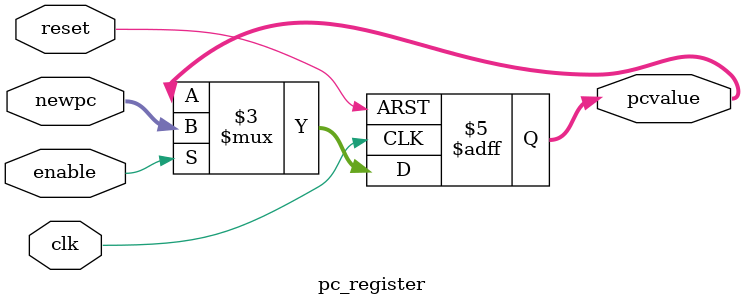
<source format=v>
/******************************************************************
* description
*	this is a register of 32-bit that corresponds to the pc counter. 
*	this register does not have an enable signal.
* version:
*	1.0
* author:
*	dr. josé luis pizano escalante
* email:
*	luispizano@iteso.mx
* date:
*	01/03/2014
******************************************************************/

module pc_register
#(
	parameter n=32
)
(
	input clk,
	input reset,
	input enable,
	input [n-1:0] newpc,
	
	
	output reg [n-1:0] pcvalue
);

always@(negedge reset or posedge clk) begin
	if(!reset)
		pcvalue <= 'h400000;
	else
		if(enable)
			pcvalue<=newpc;
end

endmodule
//pcreg

</source>
